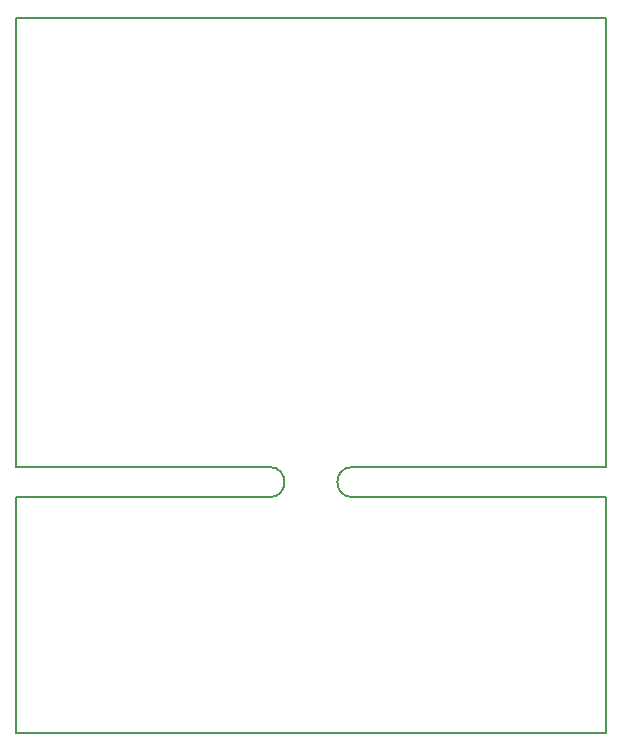
<source format=gm1>
%TF.GenerationSoftware,KiCad,Pcbnew,(2017-10-06 revision 4905bbe50)-master*%
%TF.CreationDate,2017-10-08T14:00:52+03:00*%
%TF.ProjectId,dps5005control,64707335303035636F6E74726F6C2E6B,rev?*%
%TF.SameCoordinates,Original*%
%TF.FileFunction,Profile,NP*%
%FSLAX46Y46*%
G04 Gerber Fmt 4.6, Leading zero omitted, Abs format (unit mm)*
G04 Created by KiCad (PCBNEW (2017-10-06 revision 4905bbe50)-master) date Sun Oct  8 14:00:52 2017*
%MOMM*%
%LPD*%
G01*
G04 APERTURE LIST*
%ADD10C,0.150000*%
G04 APERTURE END LIST*
D10*
X180898800Y-97688400D02*
X202412600Y-97688400D01*
X202412600Y-117678200D02*
X152400000Y-117678200D01*
X173888400Y-95148400D02*
X152400000Y-95148400D01*
X173888400Y-97688400D02*
X152400000Y-97688400D01*
X173888400Y-95148400D02*
G75*
G02X173888400Y-97688400I0J-1270000D01*
G01*
X180900000Y-95150000D02*
X202400000Y-95150000D01*
X202412600Y-97688400D02*
X202412600Y-117678200D01*
X152400000Y-97688400D02*
X152400000Y-117678200D01*
X202400000Y-95150000D02*
X202400000Y-57150000D01*
X152400000Y-57150000D02*
X202400000Y-57150000D01*
X152400000Y-57150000D02*
X152400000Y-95150000D01*
X180898800Y-97688400D02*
G75*
G02X180898800Y-95148400I0J1270000D01*
G01*
M02*

</source>
